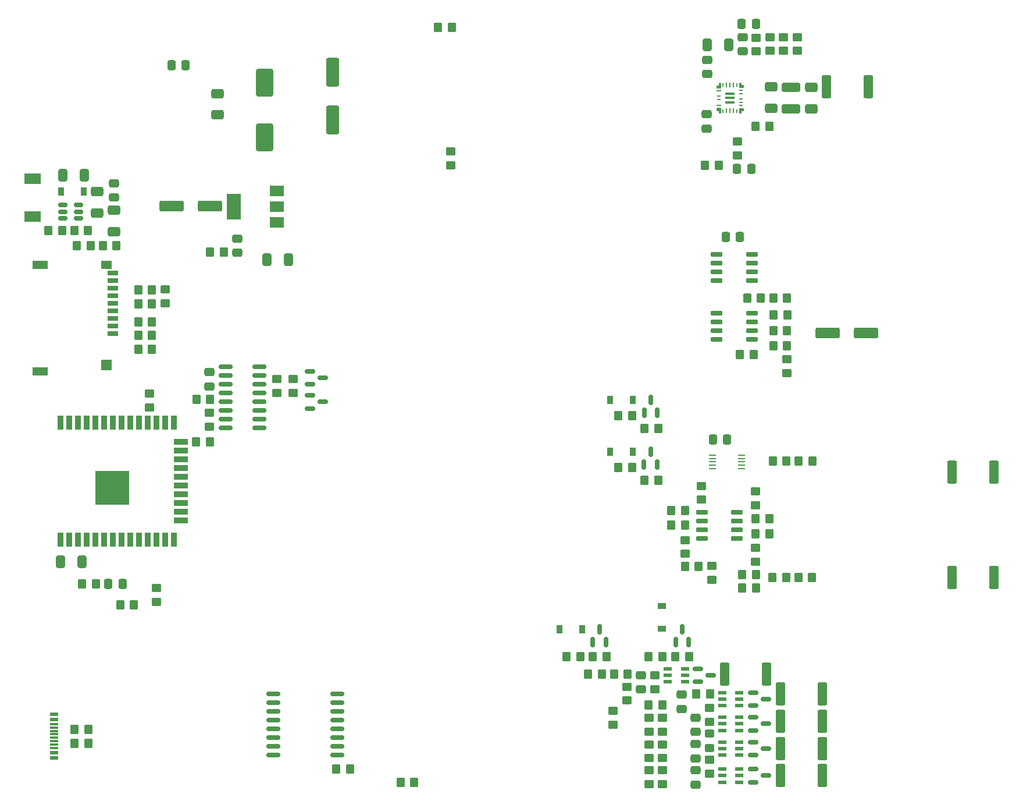
<source format=gtp>
%TF.GenerationSoftware,KiCad,Pcbnew,6.0.1-79c1e3a40b~116~ubuntu20.04.1*%
%TF.CreationDate,2022-02-02T21:52:55+02:00*%
%TF.ProjectId,OBQAS,4f425141-532e-46b6-9963-61645f706362,rev?*%
%TF.SameCoordinates,Original*%
%TF.FileFunction,Paste,Top*%
%TF.FilePolarity,Positive*%
%FSLAX46Y46*%
G04 Gerber Fmt 4.6, Leading zero omitted, Abs format (unit mm)*
G04 Created by KiCad (PCBNEW 6.0.1-79c1e3a40b~116~ubuntu20.04.1) date 2022-02-02 21:52:55*
%MOMM*%
%LPD*%
G01*
G04 APERTURE LIST*
G04 Aperture macros list*
%AMRoundRect*
0 Rectangle with rounded corners*
0 $1 Rounding radius*
0 $2 $3 $4 $5 $6 $7 $8 $9 X,Y pos of 4 corners*
0 Add a 4 corners polygon primitive as box body*
4,1,4,$2,$3,$4,$5,$6,$7,$8,$9,$2,$3,0*
0 Add four circle primitives for the rounded corners*
1,1,$1+$1,$2,$3*
1,1,$1+$1,$4,$5*
1,1,$1+$1,$6,$7*
1,1,$1+$1,$8,$9*
0 Add four rect primitives between the rounded corners*
20,1,$1+$1,$2,$3,$4,$5,0*
20,1,$1+$1,$4,$5,$6,$7,0*
20,1,$1+$1,$6,$7,$8,$9,0*
20,1,$1+$1,$8,$9,$2,$3,0*%
G04 Aperture macros list end*
%ADD10C,0.100000*%
%ADD11RoundRect,0.250000X0.450000X-0.350000X0.450000X0.350000X-0.450000X0.350000X-0.450000X-0.350000X0*%
%ADD12RoundRect,0.250000X0.475000X-0.337500X0.475000X0.337500X-0.475000X0.337500X-0.475000X-0.337500X0*%
%ADD13RoundRect,0.250000X-0.450000X0.350000X-0.450000X-0.350000X0.450000X-0.350000X0.450000X0.350000X0*%
%ADD14RoundRect,0.250000X0.350000X0.450000X-0.350000X0.450000X-0.350000X-0.450000X0.350000X-0.450000X0*%
%ADD15R,1.150000X0.600000*%
%ADD16RoundRect,0.150000X-0.587500X-0.150000X0.587500X-0.150000X0.587500X0.150000X-0.587500X0.150000X0*%
%ADD17RoundRect,0.250000X-0.350000X-0.450000X0.350000X-0.450000X0.350000X0.450000X-0.350000X0.450000X0*%
%ADD18RoundRect,0.250000X0.412500X0.650000X-0.412500X0.650000X-0.412500X-0.650000X0.412500X-0.650000X0*%
%ADD19RoundRect,0.150000X-0.512500X-0.150000X0.512500X-0.150000X0.512500X0.150000X-0.512500X0.150000X0*%
%ADD20RoundRect,0.249999X-0.450001X-1.425001X0.450001X-1.425001X0.450001X1.425001X-0.450001X1.425001X0*%
%ADD21RoundRect,0.250000X-0.337500X-0.475000X0.337500X-0.475000X0.337500X0.475000X-0.337500X0.475000X0*%
%ADD22R,0.900000X1.200000*%
%ADD23RoundRect,0.150000X0.150000X-0.587500X0.150000X0.587500X-0.150000X0.587500X-0.150000X-0.587500X0*%
%ADD24RoundRect,0.250000X-0.475000X0.337500X-0.475000X-0.337500X0.475000X-0.337500X0.475000X0.337500X0*%
%ADD25RoundRect,0.250000X-0.650000X0.412500X-0.650000X-0.412500X0.650000X-0.412500X0.650000X0.412500X0*%
%ADD26RoundRect,0.250000X0.337500X0.475000X-0.337500X0.475000X-0.337500X-0.475000X0.337500X-0.475000X0*%
%ADD27RoundRect,0.250000X1.500000X0.550000X-1.500000X0.550000X-1.500000X-0.550000X1.500000X-0.550000X0*%
%ADD28R,2.400000X1.500000*%
%ADD29C,0.306367*%
%ADD30R,0.249999X0.599999*%
%ADD31R,0.249999X0.725000*%
%ADD32C,0.289687*%
%ADD33R,0.625000X0.249999*%
%ADD34C,0.258750*%
%ADD35C,0.332306*%
%ADD36R,0.675000X0.249999*%
%ADD37R,0.599999X0.249999*%
%ADD38R,1.425001X0.375001*%
%ADD39RoundRect,0.150000X-0.825000X-0.150000X0.825000X-0.150000X0.825000X0.150000X-0.825000X0.150000X0*%
%ADD40RoundRect,0.150000X-0.875000X-0.150000X0.875000X-0.150000X0.875000X0.150000X-0.875000X0.150000X0*%
%ADD41RoundRect,0.250000X-1.500000X-0.550000X1.500000X-0.550000X1.500000X0.550000X-1.500000X0.550000X0*%
%ADD42RoundRect,0.150000X0.725000X0.150000X-0.725000X0.150000X-0.725000X-0.150000X0.725000X-0.150000X0*%
%ADD43RoundRect,0.250000X-1.100000X0.412500X-1.100000X-0.412500X1.100000X-0.412500X1.100000X0.412500X0*%
%ADD44RoundRect,0.250000X-0.700000X1.825000X-0.700000X-1.825000X0.700000X-1.825000X0.700000X1.825000X0*%
%ADD45R,1.160000X0.600000*%
%ADD46R,1.160000X0.300000*%
%ADD47R,1.100000X0.250000*%
%ADD48R,2.000000X1.500000*%
%ADD49R,2.000000X3.800000*%
%ADD50RoundRect,0.250000X-0.412500X-0.650000X0.412500X-0.650000X0.412500X0.650000X-0.412500X0.650000X0*%
%ADD51RoundRect,0.150000X-0.725000X-0.150000X0.725000X-0.150000X0.725000X0.150000X-0.725000X0.150000X0*%
%ADD52R,1.200000X0.900000*%
%ADD53RoundRect,0.250000X0.650000X-0.412500X0.650000X0.412500X-0.650000X0.412500X-0.650000X-0.412500X0*%
%ADD54RoundRect,0.250000X-1.000000X1.750000X-1.000000X-1.750000X1.000000X-1.750000X1.000000X1.750000X0*%
%ADD55RoundRect,0.250000X0.450000X-0.325000X0.450000X0.325000X-0.450000X0.325000X-0.450000X-0.325000X0*%
%ADD56R,0.900000X2.000000*%
%ADD57R,2.000000X0.900000*%
%ADD58R,5.000000X5.000000*%
%ADD59R,1.600000X0.700000*%
%ADD60R,1.500000X1.600000*%
%ADD61R,1.500000X1.200000*%
%ADD62R,2.200000X1.200000*%
G04 APERTURE END LIST*
D10*
X176166501Y-61560001D02*
X176041500Y-61560001D01*
X176041500Y-61560001D02*
X175991500Y-61510001D01*
X175991500Y-61510001D02*
X175991500Y-60909999D01*
X175991500Y-60909999D02*
X176041500Y-60860000D01*
X176041500Y-60860000D02*
X176516501Y-60860000D01*
X176516501Y-60860000D02*
X176566500Y-60909999D01*
X176566500Y-60909999D02*
X176566500Y-61159999D01*
X176566500Y-61159999D02*
X176516501Y-61209999D01*
X176516501Y-61209999D02*
X176216501Y-61209999D01*
X176216501Y-61209999D02*
X176216499Y-61510001D01*
X176216499Y-61510001D02*
X176166501Y-61560001D01*
G36*
X176566500Y-60909999D02*
G01*
X176566500Y-61159999D01*
X176516501Y-61209999D01*
X176216501Y-61209999D01*
X176216499Y-61510001D01*
X176166501Y-61560001D01*
X176041500Y-61560001D01*
X175991500Y-61510001D01*
X175991500Y-60909999D01*
X176041500Y-60860000D01*
X176516501Y-60860000D01*
X176566500Y-60909999D01*
G37*
X176566500Y-60909999D02*
X176566500Y-61159999D01*
X176516501Y-61209999D01*
X176216501Y-61209999D01*
X176216499Y-61510001D01*
X176166501Y-61560001D01*
X176041500Y-61560001D01*
X175991500Y-61510001D01*
X175991500Y-60909999D01*
X176041500Y-60860000D01*
X176516501Y-60860000D01*
X176566500Y-60909999D01*
X173192499Y-57159999D02*
X173192499Y-57160002D01*
X173192499Y-57160002D02*
X173242501Y-57209999D01*
X173242501Y-57209999D02*
X173242501Y-57884999D01*
X173242501Y-57884999D02*
X173192499Y-57934999D01*
X173192499Y-57934999D02*
X172717501Y-57935002D01*
X172717501Y-57935002D02*
X172667501Y-57884999D01*
X172667501Y-57884999D02*
X172667499Y-57585000D01*
X172667499Y-57585000D02*
X172717501Y-57535000D01*
X172717501Y-57535000D02*
X173017501Y-57535000D01*
X173017501Y-57535000D02*
X173017501Y-57209999D01*
X173017501Y-57209999D02*
X173067501Y-57159999D01*
X173067501Y-57159999D02*
X173192499Y-57159999D01*
G36*
X173192499Y-57160002D02*
G01*
X173242501Y-57209999D01*
X173242501Y-57884999D01*
X173192499Y-57934999D01*
X172717501Y-57935002D01*
X172667501Y-57884999D01*
X172667499Y-57585000D01*
X172717501Y-57535000D01*
X173017501Y-57535000D01*
X173017501Y-57209999D01*
X173067501Y-57159999D01*
X173192499Y-57159999D01*
X173192499Y-57160002D01*
G37*
X173192499Y-57160002D02*
X173242501Y-57209999D01*
X173242501Y-57884999D01*
X173192499Y-57934999D01*
X172717501Y-57935002D01*
X172667501Y-57884999D01*
X172667499Y-57585000D01*
X172717501Y-57535000D01*
X173017501Y-57535000D01*
X173017501Y-57209999D01*
X173067501Y-57159999D01*
X173192499Y-57159999D01*
X173192499Y-57160002D01*
X176166501Y-57159999D02*
X176216499Y-57209999D01*
X176216499Y-57209999D02*
X176216501Y-57510001D01*
X176216501Y-57510001D02*
X176516501Y-57510001D01*
X176516501Y-57510001D02*
X176566500Y-57560001D01*
X176566500Y-57560001D02*
X176566500Y-57810001D01*
X176566500Y-57810001D02*
X176516501Y-57860000D01*
X176516501Y-57860000D02*
X176041500Y-57860000D01*
X176041500Y-57860000D02*
X175991500Y-57810001D01*
X175991500Y-57810001D02*
X175991498Y-57209999D01*
X175991498Y-57209999D02*
X176041500Y-57159999D01*
X176041500Y-57159999D02*
X176166501Y-57159999D01*
G36*
X176216499Y-57209999D02*
G01*
X176216501Y-57510001D01*
X176516501Y-57510001D01*
X176566500Y-57560001D01*
X176566500Y-57810001D01*
X176516501Y-57860000D01*
X176041500Y-57860000D01*
X175991500Y-57810001D01*
X175991498Y-57209999D01*
X176041500Y-57159999D01*
X176166501Y-57159999D01*
X176216499Y-57209999D01*
G37*
X176216499Y-57209999D02*
X176216501Y-57510001D01*
X176516501Y-57510001D01*
X176566500Y-57560001D01*
X176566500Y-57810001D01*
X176516501Y-57860000D01*
X176041500Y-57860000D01*
X175991500Y-57810001D01*
X175991498Y-57209999D01*
X176041500Y-57159999D01*
X176166501Y-57159999D01*
X176216499Y-57209999D01*
X173192499Y-61560001D02*
X173067501Y-61560001D01*
X173067501Y-61560001D02*
X173017501Y-61510001D01*
X173017501Y-61510001D02*
X173017501Y-61185000D01*
X173017501Y-61185000D02*
X172717501Y-61185000D01*
X172717501Y-61185000D02*
X172667499Y-61135000D01*
X172667499Y-61135000D02*
X172667501Y-60835001D01*
X172667501Y-60835001D02*
X172717501Y-60785001D01*
X172717501Y-60785001D02*
X173192499Y-60785001D01*
X173192499Y-60785001D02*
X173242499Y-60835001D01*
X173242499Y-60835001D02*
X173242499Y-61510001D01*
X173242499Y-61510001D02*
X173192499Y-61560001D01*
G36*
X173242499Y-60835001D02*
G01*
X173242499Y-61510001D01*
X173192499Y-61560001D01*
X173067501Y-61560001D01*
X173017501Y-61510001D01*
X173017501Y-61185000D01*
X172717501Y-61185000D01*
X172667499Y-61135000D01*
X172667501Y-60835001D01*
X172717501Y-60785001D01*
X173192499Y-60785001D01*
X173242499Y-60835001D01*
G37*
X173242499Y-60835001D02*
X173242499Y-61510001D01*
X173192499Y-61560001D01*
X173067501Y-61560001D01*
X173017501Y-61510001D01*
X173017501Y-61185000D01*
X172717501Y-61185000D01*
X172667499Y-61135000D01*
X172667501Y-60835001D01*
X172717501Y-60785001D01*
X173192499Y-60785001D01*
X173242499Y-60835001D01*
D11*
X162825000Y-155375000D03*
X162825000Y-153375000D03*
D12*
X102875000Y-81900000D03*
X102875000Y-79825000D03*
D13*
X171950000Y-127425000D03*
X171950000Y-129425000D03*
D14*
X170080000Y-127525000D03*
X168080000Y-127525000D03*
D15*
X173490000Y-149445000D03*
X173490000Y-150395000D03*
X173490000Y-151345000D03*
X175990000Y-151345000D03*
X175990000Y-150395000D03*
X175990000Y-149445000D03*
D16*
X113487500Y-99100000D03*
X113487500Y-101000000D03*
X115362500Y-100050000D03*
D17*
X184560000Y-129145000D03*
X186560000Y-129145000D03*
D18*
X80637500Y-70600000D03*
X77512500Y-70600000D03*
D19*
X77475000Y-74950000D03*
X77475000Y-75900000D03*
X77475000Y-76850000D03*
X79750000Y-76850000D03*
X79750000Y-75900000D03*
X79750000Y-74950000D03*
D16*
X169952500Y-142395000D03*
X169952500Y-144295000D03*
X171827500Y-143345000D03*
D20*
X181950000Y-146055000D03*
X188050000Y-146055000D03*
D13*
X159650000Y-145000000D03*
X159650000Y-147000000D03*
D21*
X173992500Y-79585000D03*
X176067500Y-79585000D03*
D13*
X91100000Y-130675000D03*
X91100000Y-132675000D03*
X182437500Y-50500000D03*
X182437500Y-52500000D03*
D22*
X80575000Y-72975000D03*
X77275000Y-72975000D03*
D23*
X162162500Y-105187500D03*
X164062500Y-105187500D03*
X163112500Y-103312500D03*
D24*
X167550000Y-146137500D03*
X167550000Y-148212500D03*
X169600000Y-157175000D03*
X169600000Y-159250000D03*
D25*
X100025000Y-58712500D03*
X100025000Y-61837500D03*
D17*
X158387500Y-105575000D03*
X160387500Y-105575000D03*
D11*
X182937500Y-99350000D03*
X182937500Y-97350000D03*
D14*
X182987500Y-90950000D03*
X180987500Y-90950000D03*
D20*
X181950000Y-157935000D03*
X188050000Y-157935000D03*
D16*
X177982500Y-149450000D03*
X177982500Y-151350000D03*
X179857500Y-150400000D03*
D26*
X178412500Y-48600000D03*
X176337500Y-48600000D03*
D14*
X182790000Y-129145000D03*
X180790000Y-129145000D03*
D17*
X184620000Y-112195000D03*
X186620000Y-112195000D03*
D11*
X180437500Y-52500000D03*
X180437500Y-50500000D03*
D14*
X168087500Y-121500000D03*
X166087500Y-121500000D03*
D24*
X171337500Y-53825000D03*
X171337500Y-55900000D03*
D11*
X157625000Y-150525000D03*
X157625000Y-148525000D03*
X162825000Y-151550000D03*
X162825000Y-149550000D03*
D23*
X154662500Y-138525000D03*
X156562500Y-138525000D03*
X155612500Y-136650000D03*
D27*
X98937500Y-75100000D03*
X93337500Y-75100000D03*
D17*
X79150000Y-78625000D03*
X81150000Y-78625000D03*
D12*
X171217500Y-63812500D03*
X171217500Y-61737500D03*
D20*
X188687500Y-57700000D03*
X194787500Y-57700000D03*
D17*
X177137500Y-88500000D03*
X179137500Y-88500000D03*
D16*
X113475000Y-102625000D03*
X113475000Y-104525000D03*
X115350000Y-103575000D03*
D14*
X81550000Y-80825000D03*
X79550000Y-80825000D03*
D11*
X178337500Y-126800000D03*
X178337500Y-124800000D03*
D28*
X73100000Y-71100000D03*
X73100000Y-76600000D03*
D15*
X173490000Y-145875000D03*
X173490000Y-146825000D03*
X173490000Y-147775000D03*
X175990000Y-147775000D03*
X175990000Y-146825000D03*
X175990000Y-145875000D03*
D26*
X174212500Y-109050000D03*
X172137500Y-109050000D03*
D29*
X173062812Y-61020939D03*
D30*
X173617499Y-61259999D03*
D31*
X174117501Y-61197500D03*
X174617500Y-61197500D03*
X175117499Y-61197500D03*
D30*
X175617501Y-61259999D03*
D32*
X176171188Y-61020939D03*
D33*
X176255000Y-60484999D03*
X176255000Y-59985000D03*
X176255000Y-59485001D03*
X176255000Y-58735000D03*
X176255000Y-58235001D03*
D34*
X176422749Y-57716249D03*
D30*
X175617501Y-57460001D03*
D31*
X175117499Y-57522500D03*
X174617500Y-57522500D03*
X174117501Y-57522500D03*
D30*
X173617499Y-57460001D03*
D35*
X173026876Y-57719376D03*
D36*
X173004999Y-58310000D03*
D37*
X172967501Y-59110000D03*
X172967501Y-59610000D03*
D36*
X173004999Y-60410000D03*
D38*
X174617500Y-59985000D03*
X174617500Y-59360000D03*
X174617500Y-58735000D03*
D20*
X173860000Y-143145000D03*
X179960000Y-143145000D03*
D17*
X88475000Y-95900000D03*
X90475000Y-95900000D03*
D25*
X186437500Y-57800000D03*
X186437500Y-60925000D03*
D39*
X101162500Y-98480000D03*
X101162500Y-99750000D03*
X101162500Y-101020000D03*
X101162500Y-102290000D03*
X101162500Y-103560000D03*
X101162500Y-104830000D03*
X101162500Y-106100000D03*
X101162500Y-107370000D03*
X106112500Y-107370000D03*
X106112500Y-106100000D03*
X106112500Y-104830000D03*
X106112500Y-103560000D03*
X106112500Y-102290000D03*
X106112500Y-101020000D03*
X106112500Y-99750000D03*
X106112500Y-98480000D03*
D40*
X108150000Y-146055000D03*
X108150000Y-147325000D03*
X108150000Y-148595000D03*
X108150000Y-149865000D03*
X108150000Y-151135000D03*
X108150000Y-152405000D03*
X108150000Y-153675000D03*
X108150000Y-154945000D03*
X117450000Y-154945000D03*
X117450000Y-153675000D03*
X117450000Y-152405000D03*
X117450000Y-151135000D03*
X117450000Y-149865000D03*
X117450000Y-148595000D03*
X117450000Y-147325000D03*
X117450000Y-146055000D03*
D11*
X171625000Y-157625000D03*
X171625000Y-155625000D03*
D13*
X163700000Y-143350000D03*
X163700000Y-145350000D03*
D14*
X172975000Y-69200000D03*
X170975000Y-69200000D03*
D13*
X170487500Y-115800000D03*
X170487500Y-117800000D03*
D12*
X98812500Y-101312500D03*
X98812500Y-99237500D03*
D13*
X164825000Y-153375000D03*
X164825000Y-155375000D03*
D23*
X162112500Y-112706250D03*
X164012500Y-112706250D03*
X163062500Y-110831250D03*
D17*
X180937500Y-95400000D03*
X182937500Y-95400000D03*
X88462500Y-87325000D03*
X90462500Y-87325000D03*
D15*
X165560000Y-142395000D03*
X165560000Y-143345000D03*
X165560000Y-144295000D03*
X168060000Y-144295000D03*
X168060000Y-143345000D03*
X168060000Y-142395000D03*
D14*
X164187500Y-107425000D03*
X162187500Y-107425000D03*
D41*
X188850000Y-93525000D03*
X194450000Y-93525000D03*
D22*
X157137500Y-103300000D03*
X160437500Y-103300000D03*
D17*
X153975000Y-143125000D03*
X155975000Y-143125000D03*
D20*
X181950000Y-153985000D03*
X188050000Y-153985000D03*
D18*
X110325000Y-82875000D03*
X107200000Y-82875000D03*
D17*
X180937500Y-93250000D03*
X182937500Y-93250000D03*
D42*
X175662500Y-123455000D03*
X175662500Y-122185000D03*
X175662500Y-120915000D03*
X175662500Y-119645000D03*
X170512500Y-119645000D03*
X170512500Y-120915000D03*
X170512500Y-122185000D03*
X170512500Y-123455000D03*
D14*
X168662500Y-140600000D03*
X166662500Y-140600000D03*
D43*
X183537500Y-57837500D03*
X183537500Y-60962500D03*
D44*
X116790000Y-55620000D03*
X116790000Y-62570000D03*
D22*
X149812500Y-136650000D03*
X153112500Y-136650000D03*
D12*
X176437500Y-52600000D03*
X176437500Y-50525000D03*
D15*
X173500000Y-156985000D03*
X173500000Y-157935000D03*
X173500000Y-158885000D03*
X176000000Y-158885000D03*
X176000000Y-157935000D03*
X176000000Y-156985000D03*
D45*
X76260000Y-148975000D03*
X76260000Y-149775000D03*
D46*
X76260000Y-150925000D03*
X76260000Y-151925000D03*
X76260000Y-152425000D03*
X76260000Y-153425000D03*
D45*
X76260000Y-154575000D03*
X76260000Y-155375000D03*
X76260000Y-155375000D03*
X76260000Y-154575000D03*
D46*
X76260000Y-153925000D03*
X76260000Y-152925000D03*
X76260000Y-151425000D03*
X76260000Y-150425000D03*
D45*
X76260000Y-149775000D03*
X76260000Y-148975000D03*
D23*
X166712500Y-138500000D03*
X168612500Y-138500000D03*
X167662500Y-136625000D03*
D11*
X98837500Y-107150000D03*
X98837500Y-105150000D03*
D18*
X174442500Y-51635000D03*
X171317500Y-51635000D03*
D14*
X164187500Y-114943750D03*
X162187500Y-114943750D03*
D47*
X172037500Y-111300000D03*
X172037500Y-111800000D03*
X172037500Y-112300000D03*
X172037500Y-112800000D03*
X172037500Y-113300000D03*
X176337500Y-113300000D03*
X176337500Y-112800000D03*
X176337500Y-112300000D03*
X176337500Y-111800000D03*
X176337500Y-111300000D03*
D11*
X90075000Y-104375000D03*
X90075000Y-102375000D03*
D14*
X134100000Y-49135000D03*
X132100000Y-49135000D03*
D11*
X92362500Y-89225000D03*
X92362500Y-87225000D03*
D17*
X79225000Y-151200000D03*
X81225000Y-151200000D03*
D20*
X206937500Y-129100000D03*
X213037500Y-129100000D03*
D11*
X162825000Y-159175000D03*
X162825000Y-157175000D03*
D13*
X111037500Y-100275000D03*
X111037500Y-102275000D03*
X164825000Y-149550000D03*
X164825000Y-151550000D03*
X178337500Y-116600000D03*
X178337500Y-118600000D03*
D17*
X88487500Y-91900000D03*
X90487500Y-91900000D03*
D48*
X108687500Y-77450000D03*
D49*
X102387500Y-75150000D03*
D48*
X108687500Y-75150000D03*
X108687500Y-72850000D03*
D17*
X150812500Y-140600000D03*
X152812500Y-140600000D03*
D14*
X128670000Y-158925000D03*
X126670000Y-158925000D03*
D17*
X178337500Y-120600000D03*
X180337500Y-120600000D03*
D16*
X177985000Y-156985000D03*
X177985000Y-158885000D03*
X179860000Y-157935000D03*
D14*
X98937500Y-103200000D03*
X96937500Y-103200000D03*
D25*
X82525000Y-72975000D03*
X82525000Y-76100000D03*
D11*
X184437500Y-52500000D03*
X184437500Y-50500000D03*
D14*
X168087500Y-119400000D03*
X166087500Y-119400000D03*
X85325000Y-80825000D03*
X83325000Y-80825000D03*
D11*
X175737500Y-67700000D03*
X175737500Y-65700000D03*
D17*
X176087500Y-96650000D03*
X178087500Y-96650000D03*
X180850000Y-112185000D03*
X182850000Y-112185000D03*
D50*
X77175000Y-126800000D03*
X80300000Y-126800000D03*
D24*
X169600000Y-153337500D03*
X169600000Y-155412500D03*
D26*
X95400000Y-54575000D03*
X93325000Y-54575000D03*
D24*
X84975000Y-71787500D03*
X84975000Y-73862500D03*
D17*
X85862500Y-133075000D03*
X87862500Y-133075000D03*
D14*
X119330000Y-156945000D03*
X117330000Y-156945000D03*
D17*
X169725000Y-146075000D03*
X171725000Y-146075000D03*
X75375000Y-78625000D03*
X77375000Y-78625000D03*
D14*
X100937500Y-81775000D03*
X98937500Y-81775000D03*
D25*
X180637500Y-57775000D03*
X180637500Y-60900000D03*
D17*
X88462500Y-89300000D03*
X90462500Y-89300000D03*
D51*
X172662500Y-82145000D03*
X172662500Y-83415000D03*
X172662500Y-84685000D03*
X172662500Y-85955000D03*
X177812500Y-85955000D03*
X177812500Y-84685000D03*
X177812500Y-83415000D03*
X177812500Y-82145000D03*
D20*
X181950000Y-150035000D03*
X188050000Y-150035000D03*
D14*
X98925000Y-109375000D03*
X96925000Y-109375000D03*
D17*
X79225000Y-153200000D03*
X81225000Y-153200000D03*
D21*
X84125000Y-130000000D03*
X86200000Y-130000000D03*
D24*
X161650000Y-143325000D03*
X161650000Y-145400000D03*
D17*
X157750000Y-143125000D03*
X159750000Y-143125000D03*
D52*
X164687500Y-133250000D03*
X164687500Y-136550000D03*
D17*
X88487500Y-93900000D03*
X90487500Y-93900000D03*
X162762500Y-140600000D03*
X164762500Y-140600000D03*
D14*
X82300000Y-130000000D03*
X80300000Y-130000000D03*
D11*
X108612500Y-102275000D03*
X108612500Y-100275000D03*
D53*
X84975000Y-78837500D03*
X84975000Y-75712500D03*
D16*
X177985000Y-153035000D03*
X177985000Y-154935000D03*
X179860000Y-153985000D03*
X177987500Y-145875000D03*
X177987500Y-147775000D03*
X179862500Y-146825000D03*
D42*
X177812500Y-94505000D03*
X177812500Y-93235000D03*
X177812500Y-91965000D03*
X177812500Y-90695000D03*
X172662500Y-90695000D03*
X172662500Y-91965000D03*
X172662500Y-93235000D03*
X172662500Y-94505000D03*
D54*
X106917500Y-57135000D03*
X106917500Y-65135000D03*
D20*
X206937500Y-113800000D03*
X213037500Y-113800000D03*
D55*
X171625000Y-153875000D03*
X171625000Y-151825000D03*
D17*
X178337500Y-122800000D03*
X180337500Y-122800000D03*
D56*
X77182500Y-123600000D03*
X78452500Y-123600000D03*
X79722500Y-123600000D03*
X80992500Y-123600000D03*
X82262500Y-123600000D03*
X83532500Y-123600000D03*
X84802500Y-123600000D03*
X86072500Y-123600000D03*
X87342500Y-123600000D03*
X88612500Y-123600000D03*
X89882500Y-123600000D03*
X91152500Y-123600000D03*
X92422500Y-123600000D03*
X93692500Y-123600000D03*
D57*
X94692500Y-120815000D03*
X94692500Y-119545000D03*
X94692500Y-118275000D03*
X94692500Y-117005000D03*
X94692500Y-115735000D03*
X94692500Y-114465000D03*
X94692500Y-113195000D03*
X94692500Y-111925000D03*
X94692500Y-110655000D03*
X94692500Y-109385000D03*
D56*
X93692500Y-106600000D03*
X92422500Y-106600000D03*
X91152500Y-106600000D03*
X89882500Y-106600000D03*
X88612500Y-106600000D03*
X87342500Y-106600000D03*
X86072500Y-106600000D03*
X84802500Y-106600000D03*
X83532500Y-106600000D03*
X82262500Y-106600000D03*
X80992500Y-106600000D03*
X79722500Y-106600000D03*
X78452500Y-106600000D03*
X77182500Y-106600000D03*
D58*
X84682500Y-116100000D03*
D26*
X177712500Y-69700000D03*
X175637500Y-69700000D03*
D17*
X158362500Y-113075000D03*
X160362500Y-113075000D03*
D14*
X182937500Y-88500000D03*
X180937500Y-88500000D03*
X156662500Y-140600000D03*
X154662500Y-140600000D03*
D15*
X173490000Y-153035000D03*
X173490000Y-153985000D03*
X173490000Y-154935000D03*
X175990000Y-154935000D03*
X175990000Y-153985000D03*
X175990000Y-153035000D03*
D11*
X168087500Y-125650000D03*
X168087500Y-123650000D03*
D13*
X164825000Y-157175000D03*
X164825000Y-159175000D03*
D17*
X178337500Y-63500000D03*
X180337500Y-63500000D03*
X162775000Y-147650000D03*
X164775000Y-147650000D03*
D22*
X157137500Y-110843750D03*
X160437500Y-110843750D03*
D11*
X171625000Y-150075000D03*
X171625000Y-148075000D03*
X178437500Y-52600000D03*
X178437500Y-50600000D03*
D17*
X176420000Y-130655000D03*
X178420000Y-130655000D03*
D13*
X134000000Y-67175000D03*
X134000000Y-69175000D03*
D59*
X84812500Y-93625000D03*
X84812500Y-92525000D03*
X84812500Y-91425000D03*
X84812500Y-90325000D03*
X84812500Y-89225000D03*
X84812500Y-88125000D03*
X84812500Y-87025000D03*
X84812500Y-85925000D03*
X84812500Y-84825000D03*
D60*
X83812500Y-98225000D03*
D61*
X83812500Y-83625000D03*
D62*
X74212500Y-83625000D03*
X74212500Y-99125000D03*
D24*
X169600000Y-149487500D03*
X169600000Y-151562500D03*
D17*
X176420000Y-128685000D03*
X178420000Y-128685000D03*
M02*

</source>
